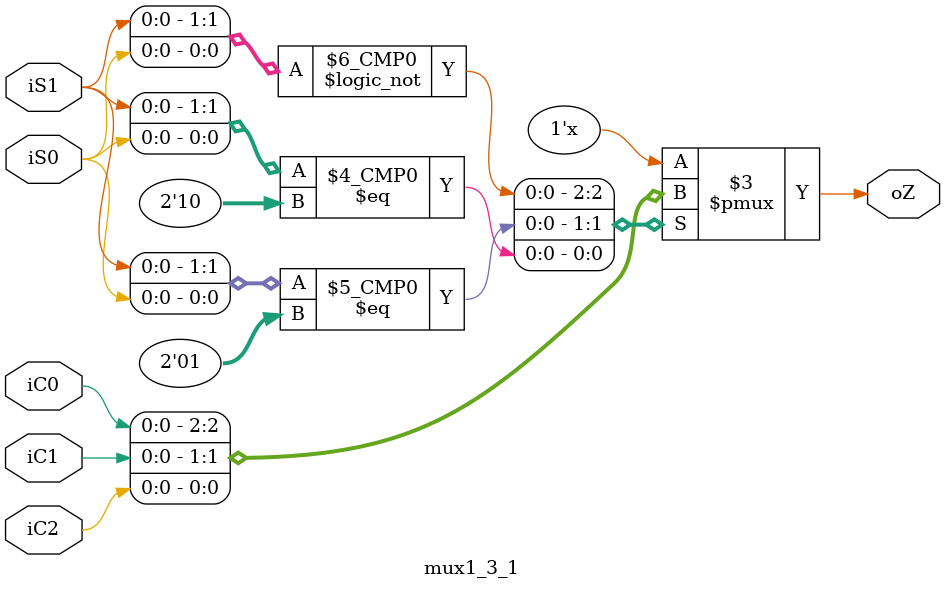
<source format=v>
`timescale 1ns / 1ps

module mux32_8_1(
    input [31: 0]iC0,
    input [31: 0]iC1,
    input [31: 0]iC2,
    input [31: 0]iC3,
    input [31: 0]iC4,
    input [31: 0]iC5,
    input [31: 0]iC6,
    input [31: 0]iC7,
    input iS2, iS1, iS0,
    output reg [31: 0] oZ
);
    always@(*) begin
        case({iS2, iS1, iS0})
        3'b000: oZ <= iC0;
        3'b001: oZ <= iC1;
        3'b010: oZ <= iC2;
        3'b011: oZ <= iC3;
        3'b100: oZ <= iC4;
        3'b101: oZ <= iC5;
        3'b110: oZ <= iC6;
        3'b111: oZ <= iC7;
        default:oZ<= 32'bx;            
        endcase
    end
endmodule

module mux32_6_1(
    input [31: 0]iC0,
    input [31: 0]iC1,
    input [31: 0]iC2,
    input [31: 0]iC3,
    input [31: 0]iC4,
    input [31: 0]iC5,
    input iS2, iS1, iS0,
    output reg [31: 0] oZ
);
    always@(*) begin
        case({iS2, iS1, iS0})
        3'b000: oZ <= iC0;
        3'b001: oZ <= iC1;
        3'b010: oZ <= iC2;
        3'b011: oZ <= iC3;
        3'b100: oZ <= iC4;
        3'b101: oZ <= iC5;
        default:oZ<= 32'bx;            
        endcase
    end
endmodule

module mux32_5_1(
    input [31: 0]iC0,
    input [31: 0]iC1,
    input [31: 0]iC2,
    input [31: 0]iC3,
    input [31: 0]iC4,
    input iS2, iS1, iS0,
    output reg [31: 0] oZ
);
    always@(*) begin
        case({iS2, iS1, iS0})
        3'b000: oZ <= iC0;
        3'b001: oZ <= iC1;
        3'b010: oZ <= iC2;
        3'b011: oZ <= iC3;
        3'b100: oZ <= iC4;
        default:oZ<= 32'bx;            
        endcase
    end
endmodule

module mux32_4_1(
    input [31: 0]iC0,
    input [31: 0]iC1,
    input [31: 0]iC2,
    input [31: 0]iC3,
    input iS1, iS0,
    output reg [31: 0] oZ
);
    always@(*) begin
        case({iS1,iS0})
        2'b00: oZ <= iC0;
        2'b01: oZ <= iC1;
        2'b10: oZ <= iC2;
        2'b11: oZ <= iC3; 
        default:oZ<= 32'bx;            
        endcase
    end
endmodule

module mux32_3_1(
    input [31: 0]iC0,
    input [31: 0]iC1,
    input [31: 0]iC2,
    input iS1, iS0,
    output reg [31: 0] oZ
);
    always@(*) begin
        case({iS1,iS0})
        2'b00: oZ <= iC0;
        2'b01: oZ <= iC1;
        2'b10: oZ <= iC2;
        default:oZ<= 32'bx;            
        endcase
    end
endmodule

module mux6_3_1(
    input [5: 0]iC0,
    input [5: 0]iC1,
    input [5: 0]iC2,
    input iS1, iS0,
    output reg [5: 0] oZ
);
    always@(*) begin
        case({iS1,iS0})
        2'b00: oZ <= iC0;
        2'b01: oZ <= iC1;
        2'b10: oZ <= iC2;
        default:oZ<= 6'bx;            
        endcase
    end
endmodule

module mux5_3_1(
    input [4: 0]iC0,
    input [4: 0]iC1,
    input [4: 0]iC2,
    input iS1, iS0,
    output reg [4: 0] oZ
);
    always@(*) begin
        case({iS1,iS0})
        2'b00: oZ <= iC0;
        2'b01: oZ <= iC1;
        2'b10: oZ <= iC2;
        default:oZ<= 5'bx;            
        endcase
    end
endmodule

module mux1_3_1(
    input iC0,
    input iC1,
    input iC2,
    input iS1, iS0,
    output reg oZ
);
    always@(*) begin
        case({iS1,iS0})
        2'b00: oZ <= iC0;
        2'b01: oZ <= iC1;
        2'b10: oZ <= iC2;
        default:oZ<= 1'bx;            
        endcase
    end
endmodule
</source>
